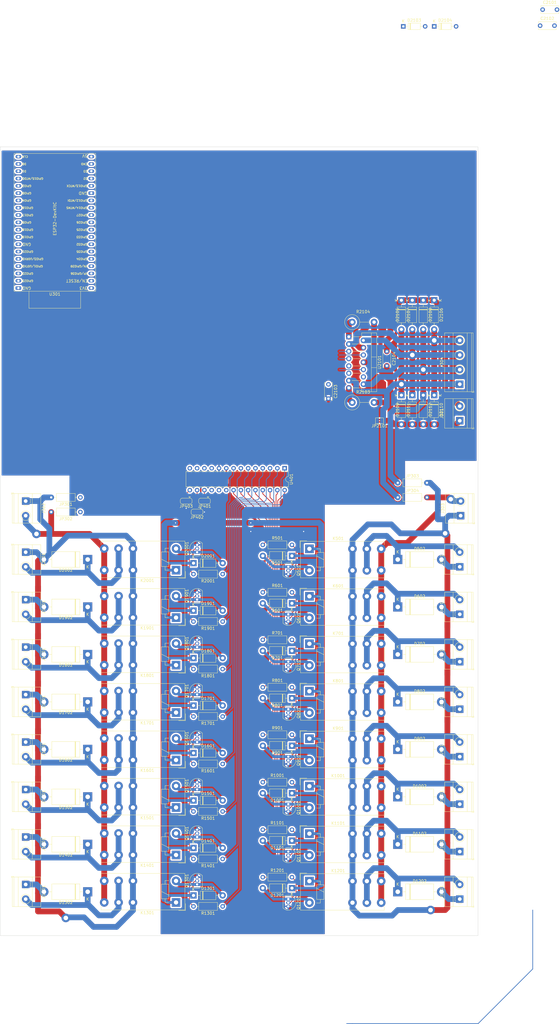
<source format=kicad_pcb>
(kicad_pcb (version 20211014) (generator pcbnew)

  (general
    (thickness 1.6)
  )

  (paper "A3" portrait)
  (layers
    (0 "F.Cu" signal)
    (31 "B.Cu" signal)
    (32 "B.Adhes" user "B.Adhesive")
    (33 "F.Adhes" user "F.Adhesive")
    (34 "B.Paste" user)
    (35 "F.Paste" user)
    (36 "B.SilkS" user "B.Silkscreen")
    (37 "F.SilkS" user "F.Silkscreen")
    (38 "B.Mask" user)
    (39 "F.Mask" user)
    (40 "Dwgs.User" user "User.Drawings")
    (41 "Cmts.User" user "User.Comments")
    (42 "Eco1.User" user "User.Eco1")
    (43 "Eco2.User" user "User.Eco2")
    (44 "Edge.Cuts" user)
    (45 "Margin" user)
    (46 "B.CrtYd" user "B.Courtyard")
    (47 "F.CrtYd" user "F.Courtyard")
    (48 "B.Fab" user)
    (49 "F.Fab" user)
    (50 "User.1" user "Nutzer.1")
    (51 "User.2" user "Nutzer.2")
    (52 "User.3" user "Nutzer.3")
    (53 "User.4" user "Nutzer.4")
    (54 "User.5" user "Nutzer.5")
    (55 "User.6" user "Nutzer.6")
    (56 "User.7" user "Nutzer.7")
    (57 "User.8" user "Nutzer.8")
    (58 "User.9" user "Nutzer.9")
  )

  (setup
    (stackup
      (layer "F.SilkS" (type "Top Silk Screen"))
      (layer "F.Paste" (type "Top Solder Paste"))
      (layer "F.Mask" (type "Top Solder Mask") (thickness 0.01))
      (layer "F.Cu" (type "copper") (thickness 0.035))
      (layer "dielectric 1" (type "core") (thickness 1.51) (material "FR4") (epsilon_r 4.5) (loss_tangent 0.02))
      (layer "B.Cu" (type "copper") (thickness 0.035))
      (layer "B.Mask" (type "Bottom Solder Mask") (thickness 0.01))
      (layer "B.Paste" (type "Bottom Solder Paste"))
      (layer "B.SilkS" (type "Bottom Silk Screen"))
      (copper_finish "None")
      (dielectric_constraints no)
    )
    (pad_to_mask_clearance 0)
    (pcbplotparams
      (layerselection 0x00010fc_ffffffff)
      (disableapertmacros false)
      (usegerberextensions false)
      (usegerberattributes true)
      (usegerberadvancedattributes true)
      (creategerberjobfile true)
      (svguseinch false)
      (svgprecision 6)
      (excludeedgelayer true)
      (plotframeref false)
      (viasonmask false)
      (mode 1)
      (useauxorigin false)
      (hpglpennumber 1)
      (hpglpenspeed 20)
      (hpglpendiameter 15.000000)
      (dxfpolygonmode true)
      (dxfimperialunits true)
      (dxfusepcbnewfont true)
      (psnegative false)
      (psa4output false)
      (plotreference true)
      (plotvalue true)
      (plotinvisibletext false)
      (sketchpadsonfab false)
      (subtractmaskfromsilk false)
      (outputformat 1)
      (mirror false)
      (drillshape 1)
      (scaleselection 1)
      (outputdirectory "")
    )
  )

  (net 0 "")
  (net 1 "+12V")
  (net 2 "/Digital/Relais Ansteuerung/C")
  (net 3 "/Digital/Relais Ansteuerung/A")
  (net 4 "/Digital/Relais Ansteuerung/D")
  (net 5 "/Digital/Relais Ansteuerung/B")
  (net 6 "Net-(Q501-Pad2)")
  (net 7 "GND")
  (net 8 "Net-(Q601-Pad2)")
  (net 9 "Net-(Q701-Pad2)")
  (net 10 "Net-(Q801-Pad2)")
  (net 11 "Net-(Q901-Pad2)")
  (net 12 "Net-(Q1001-Pad2)")
  (net 13 "Net-(Q1101-Pad2)")
  (net 14 "Net-(Q1201-Pad2)")
  (net 15 "Net-(Q1301-Pad2)")
  (net 16 "Net-(Q1401-Pad2)")
  (net 17 "Net-(Q1501-Pad2)")
  (net 18 "Net-(Q1601-Pad2)")
  (net 19 "Net-(Q1701-Pad2)")
  (net 20 "Net-(Q1801-Pad2)")
  (net 21 "Net-(Q1901-Pad2)")
  (net 22 "Net-(Q2001-Pad2)")
  (net 23 "/Digital/Relais Ansteuerung/Relais0/On")
  (net 24 "/Digital/Relais Ansteuerung/Relais1/On")
  (net 25 "/Digital/Relais Ansteuerung/Relais2/On")
  (net 26 "/Digital/Relais Ansteuerung/Relais3/On")
  (net 27 "/Digital/Relais Ansteuerung/Relais4/On")
  (net 28 "/Digital/Relais Ansteuerung/Relais5/On")
  (net 29 "/Digital/Relais Ansteuerung/Relais6/On")
  (net 30 "/Digital/Relais Ansteuerung/Relais7/On")
  (net 31 "/Digital/Relais Ansteuerung/Relais8/On")
  (net 32 "/Digital/Relais Ansteuerung/Relais9/On")
  (net 33 "/Digital/Relais Ansteuerung/Relais10/On")
  (net 34 "/Digital/Relais Ansteuerung/Relais11/On")
  (net 35 "/Digital/Relais Ansteuerung/Relais12/On")
  (net 36 "/Digital/Relais Ansteuerung/Relais13/On")
  (net 37 "/Digital/Relais Ansteuerung/Relais14/On")
  (net 38 "/Digital/Relais Ansteuerung/Relais15/On")
  (net 39 "+3V3")
  (net 40 "unconnected-(U301-Pad2)")
  (net 41 "unconnected-(U301-Pad3)")
  (net 42 "unconnected-(U301-Pad4)")
  (net 43 "unconnected-(U301-Pad5)")
  (net 44 "unconnected-(U301-Pad6)")
  (net 45 "unconnected-(U301-Pad7)")
  (net 46 "unconnected-(U301-Pad8)")
  (net 47 "unconnected-(U301-Pad9)")
  (net 48 "unconnected-(U301-Pad10)")
  (net 49 "unconnected-(U301-Pad11)")
  (net 50 "unconnected-(U301-Pad12)")
  (net 51 "unconnected-(U301-Pad13)")
  (net 52 "unconnected-(U301-Pad14)")
  (net 53 "unconnected-(U301-Pad15)")
  (net 54 "unconnected-(U301-Pad16)")
  (net 55 "unconnected-(U301-Pad17)")
  (net 56 "unconnected-(U301-Pad18)")
  (net 57 "unconnected-(U301-Pad19)")
  (net 58 "/Digital/SCL")
  (net 59 "/Digital/SDA")
  (net 60 "unconnected-(U301-Pad22)")
  (net 61 "unconnected-(U301-Pad23)")
  (net 62 "unconnected-(U301-Pad24)")
  (net 63 "unconnected-(U301-Pad25)")
  (net 64 "unconnected-(U301-Pad26)")
  (net 65 "unconnected-(U301-Pad27)")
  (net 66 "unconnected-(U301-Pad28)")
  (net 67 "unconnected-(U301-Pad29)")
  (net 68 "unconnected-(U301-Pad30)")
  (net 69 "unconnected-(U301-Pad31)")
  (net 70 "unconnected-(U301-Pad32)")
  (net 71 "unconnected-(U301-Pad33)")
  (net 72 "unconnected-(U301-Pad34)")
  (net 73 "unconnected-(U301-Pad35)")
  (net 74 "unconnected-(U301-Pad36)")
  (net 75 "unconnected-(U301-Pad37)")
  (net 76 "unconnected-(U301-Pad38)")
  (net 77 "unconnected-(U401-Pad11)")
  (net 78 "unconnected-(U401-Pad14)")
  (net 79 "~{Reset}")
  (net 80 "/Digital/Relais Ansteuerung/IntA")
  (net 81 "/Digital/Relais Ansteuerung/IntB")
  (net 82 "/Digital/Relais Ansteuerung/Relais0/AB")
  (net 83 "/Digital/Relais Ansteuerung/Relais1/AB")
  (net 84 "/Digital/Relais Ansteuerung/Relais2/AB")
  (net 85 "/Digital/Relais Ansteuerung/Relais3/AB")
  (net 86 "/Digital/Relais Ansteuerung/Relais4/AB")
  (net 87 "/Digital/Relais Ansteuerung/Relais5/AB")
  (net 88 "/Digital/Relais Ansteuerung/Relais6/AB")
  (net 89 "/Digital/Relais Ansteuerung/Relais7/AB")
  (net 90 "/Digital/Relais Ansteuerung/Relais8/AB")
  (net 91 "/Digital/Relais Ansteuerung/Relais9/AB")
  (net 92 "/Digital/Relais Ansteuerung/Relais10/AB")
  (net 93 "/Digital/Relais Ansteuerung/Relais11/AB")
  (net 94 "/Digital/Relais Ansteuerung/Relais12/AB")
  (net 95 "/Digital/Relais Ansteuerung/Relais13/AB")
  (net 96 "/Digital/Relais Ansteuerung/Relais14/AB")
  (net 97 "/Digital/Relais Ansteuerung/Relais15/AB")
  (net 98 "/Digital/Relais Ansteuerung/Relais0/mitte")
  (net 99 "/Digital/Relais Ansteuerung/Relais1/mitte")
  (net 100 "/Digital/Relais Ansteuerung/Relais2/mitte")
  (net 101 "/Digital/Relais Ansteuerung/Relais3/mitte")
  (net 102 "/Digital/Relais Ansteuerung/Relais4/mitte")
  (net 103 "/Digital/Relais Ansteuerung/Relais5/mitte")
  (net 104 "/Digital/Relais Ansteuerung/Relais6/mitte")
  (net 105 "/Digital/Relais Ansteuerung/Relais7/mitte")
  (net 106 "/Digital/Relais Ansteuerung/Relais8/mitte")
  (net 107 "/Digital/Relais Ansteuerung/Relais9/mitte")
  (net 108 "/Digital/Relais Ansteuerung/Relais10/mitte")
  (net 109 "/Digital/Relais Ansteuerung/Relais11/mitte")
  (net 110 "/Digital/Relais Ansteuerung/Relais12/mitte")
  (net 111 "/Digital/Relais Ansteuerung/Relais13/mitte")
  (net 112 "/Digital/Relais Ansteuerung/Relais14/mitte")
  (net 113 "/Digital/Relais Ansteuerung/Relais15/mitte")
  (net 114 "/Digital/Motortreiber/1Mess")
  (net 115 "/Digital/Motortreiber/2Mess")
  (net 116 "/Digital/Motortreiber/M2B")
  (net 117 "/Digital/Motortreiber/M2A")
  (net 118 "/Digital/Motortreiber/M1B")
  (net 119 "/Digital/Motortreiber/M1A")
  (net 120 "/Digital/Motortreiber/1m")
  (net 121 "/Digital/Motortreiber/1A")
  (net 122 "/Digital/Motortreiber/1Enable")
  (net 123 "/Digital/Motortreiber/1B")
  (net 124 "+5V")
  (net 125 "/Digital/Motortreiber/2A")
  (net 126 "/Digital/Motortreiber/2Enable")
  (net 127 "/Digital/Motortreiber/2B")
  (net 128 "/Digital/Motortreiber/2m")
  (net 129 "/Digital/Motortreiber/GNDPWR")
  (net 130 "/Digital/Motortreiber/VS")
  (net 131 "Net-(U401-Pad17)")
  (net 132 "Net-(U401-Pad16)")
  (net 133 "Net-(U401-Pad15)")

  (footprint "Relay_THT:Relay_DPDT_Finder_40.52" (layer "F.Cu") (at 89.1775 333.9075 180))

  (footprint "Jumper:SolderJumper-3_P1.3mm_Bridged2Bar12_RoundedPad1.0x1.5mm" (layer "F.Cu") (at 99.09 210.82 180))

  (footprint "Resistor_THT:R_Axial_DIN0207_L6.3mm_D2.5mm_P10.16mm_Horizontal" (layer "F.Cu") (at 105.41 318.77 180))

  (footprint "Capacitor_THT:C_Disc_D6.0mm_W2.5mm_P5.00mm" (layer "F.Cu") (at 162.56 158.79 -90))

  (footprint "Relay_THT:Relay_DPDT_Finder_40.52" (layer "F.Cu") (at 135.6125 343.0025))

  (footprint "Resistor_THT:R_Axial_DIN0207_L6.3mm_D2.5mm_P10.16mm_Horizontal" (layer "F.Cu") (at 55.88 209.55 180))

  (footprint "Diode_THT:D_DO-41_SOD81_P10.16mm_Horizontal" (layer "F.Cu") (at 167.64 173.99 -90))

  (footprint "Diode_THT:D_DO-41_SOD81_P10.16mm_Horizontal" (layer "F.Cu") (at 179.07 173.99 -90))

  (footprint "Diode_THT:D_DO-201AD_P15.24mm_Horizontal" (layer "F.Cu") (at 166.37 297.18))

  (footprint "Resistor_THT:R_Axial_DIN0207_L6.3mm_D2.5mm_P10.16mm_Horizontal" (layer "F.Cu") (at 105.41 335.28 180))

  (footprint "TerminalBlock_Phoenix:TerminalBlock_Phoenix_MKDS-1,5-2-5.08_1x02_P5.08mm_Horizontal" (layer "F.Cu") (at 36.83 344.17 -90))

  (footprint "Resistor_THT:R_Axial_DIN0207_L6.3mm_D2.5mm_P10.16mm_Horizontal" (layer "F.Cu") (at 55.88 214.63 180))

  (footprint "Resistor_THT:R_Axial_DIN0207_L6.3mm_D2.5mm_P10.16mm_Horizontal" (layer "F.Cu") (at 105.41 302.26 180))

  (footprint "TerminalBlock_Phoenix:TerminalBlock_Phoenix_MKDS-1,5-2-5.08_1x02_P5.08mm_Horizontal" (layer "F.Cu") (at 187.96 266.7 90))

  (footprint "Diode_THT:D_DO-201AD_P15.24mm_Horizontal" (layer "F.Cu") (at 58.42 330.2 180))

  (footprint "Resistor_THT:R_Axial_DIN0516_L15.5mm_D5.0mm_P7.62mm_Vertical" (layer "F.Cu") (at 150.51 176.53))

  (footprint "TerminalBlock_Phoenix:TerminalBlock_Phoenix_MKDS-1,5-2-5.08_1x02_P5.08mm_Horizontal" (layer "F.Cu") (at 36.83 261.62 -90))

  (footprint "Diode_THT:D_DO-35_SOD27_P7.62mm_Horizontal" (layer "F.Cu") (at 179.07 45.72))

  (footprint "TerminalBlock_Phoenix:TerminalBlock_Phoenix_MKDS-1,5-2-5.08_1x02_P5.08mm_Horizontal" (layer "F.Cu") (at 36.83 245.11 -90))

  (footprint "Diode_THT:D_DO-201AD_P15.24mm_Horizontal" (layer "F.Cu") (at 166.37 280.67))

  (footprint "Diode_THT:D_DO-41_SOD81_P10.16mm_Horizontal" (layer "F.Cu") (at 95.25 248.92))

  (footprint "Relay_THT:Relay_DPDT_Finder_40.52" (layer "F.Cu") (at 89.1775 284.3775 180))

  (footprint "Package_TO_SOT_THT:TO-92_Inline" (layer "F.Cu") (at 96.52 327.66 90))

  (footprint "Diode_THT:D_DO-41_SOD81_P10.16mm_Horizontal" (layer "F.Cu") (at 95.25 232.41))

  (footprint "TerminalBlock_Phoenix:TerminalBlock_Phoenix_MKDS-1,5-2-5.08_1x02_P5.08mm_Horizontal" (layer "F.Cu") (at 187.96 349.25 90))

  (footprint "Diode_THT:D_DO-201AD_P15.24mm_Horizontal" (layer "F.Cu") (at 58.42 313.69 180))

  (footprint "Relay_THT:Relay_DPDT_Finder_40.52" (layer "F.Cu") (at 89.1775 317.3975 180))

  (footprint "TerminalBlock_Phoenix:TerminalBlock_Phoenix_MKDS-1,5-4-5.08_1x04_P5.08mm_Horizontal" (layer "F.Cu") (at 187.96 170.18 90))

  (footprint "Relay_THT:Relay_DPDT_Finder_40.52" (layer "F.Cu") (at 135.6125 276.9625))

  (footprint "Package_TO_SOT_THT:TO-92_Inline" (layer "F.Cu") (at 96.52 245.11 90))

  (footprint "Package_TO_SOT_THT:TO-220-15_P2.54x2.54mm_StaggerOdd_Lead4.58mm_Vertical" (layer "F.Cu") (at 149.335 153.665 -90))

  (footprint "TerminalBlock_Phoenix:TerminalBlock_Phoenix_MKDS-1,5-2-5.08_1x02_P5.08mm_Horizontal" (layer "F.Cu") (at 187.96 332.74 90))

  (footprint "Jumper:SolderJumper-2_P1.3mm_Bridged2Bar_Pad1.0x1.5mm" (layer "F.Cu") (at 160.02 182.88 180))

  (footprint "Package_TO_SOT_THT:TO-92_Inline" (layer "F.Cu") (at 96.52 294.64 90))

  (footprint "Diode_THT:D_DO-41_SOD81_P10.16mm_Horizontal" (layer "F.Cu") (at 171.45 140.97 -90))

  (footprint "Relay_THT:Relay_DPDT_Finder_40.52" (layer "F.Cu") (at 135.6125 309.9825))

  (footprint "Package_TO_SOT_THT:TO-92_Inline" (layer "F.Cu")
    (tedit 5A1DD157) (tstamp 40ee0d66-7b3b-473d-9067-5cf5aba724a6)
    (at 128.27 266.7 -90)
    (descr "TO-92 leads in-line, narrow, oval pads, drill 0.75mm (see NXP sot054_po.pdf)")
    (tags "to-92 sc-43 sc-43a sot54 PA33 transistor")
    (property "Sheetfile" "Relais.kicad_sch")
    (property "Sheetname" "Relais2")
    (path "/c7d0284b-26f3-46a0-a20a-63616420e27a/e5b83e64-c70c-4e3c-91cb-1e480aa92410/66bafc8e-273c-4247-95fc-aaf521296ce3/d73dc3a5-f036-4d4e-889b-5a5bf6612d3c")
    (attr through_hole)
    (fp_text reference "Q701" (at 1.27 -3.56 90) (layer "F.SilkS")
      (effects (font (size 1 1) (thickness 0.15)))
      (tstamp 0770f03c-5f50-4e7e-9aca-2be26a0224c6)
    )
    (fp_text value "BC337-40" (at 1.27 2.79 90) (layer "F.Fab")
      (effects (font (size 1 1) (thickness 0.15)))
      (tstamp c1360ce4-4260-4df8-ac58-2116544ae10c)
    )
    (fp_text user "${REFERENCE}" (at 1.27 0 90) (layer "F.Fab")
      (effects (font (size 1 1) (thickness 0.15)))
      (tstamp bec21762-747b-4069-baec-32cbf4703da6)
    )
    (fp_line (start -0.53 1.85) (end 3.07 1.85) (layer "F.SilkS") (width 0.12) (tstamp 05c37ce6-93e2-4055-97d6-b6cd0d3ce90e))
    (fp_arc (start 1.27 -2.6) (mid 3.672087 -0.994977) (end 3.108478 1.838478) (layer "F.SilkS") (width 0.12) (tstamp e58ac
... [1990517 chars truncated]
</source>
